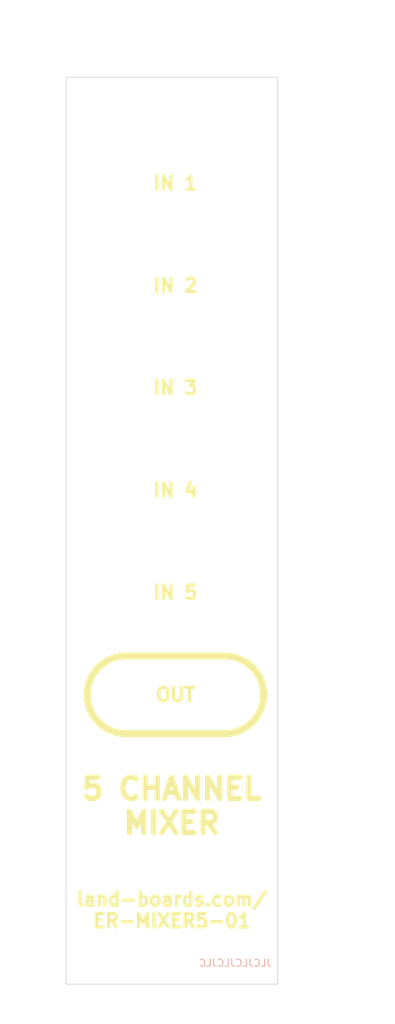
<source format=kicad_pcb>
(kicad_pcb (version 20211014) (generator pcbnew)
  (title_block (title "SYNTH-MIXER6-01") (date "2022-09-30") (rev "1") (company "LAND BOARDS, LLC"))
  (layers (0 "F.Cu" signal) (31 "B.Cu" signal) (34 "B.Paste" user) (35 "F.Paste" user) (36 "B.SilkS" user "B.Silkscreen") (37 "F.SilkS" user "F.Silkscreen") (38 "B.Mask" user) (39 "F.Mask" user) (44 "Edge.Cuts" user))
  (net 0 "")
  (footprint "" (layer "F.Cu") (at 22.5 87.5)
    (fp_text reference "" (at 0 0) (layer "F.SilkS") (effects (font (size 1.27 1.27))))
    (fp_text value "" (at 0 0) (layer "F.SilkS") (effects (font (size 1.27 1.27))))
    (pad "" np_thru_hole circle (at 0 0) (size 6.2 6.2) (drill 6.2) (layers F&B.Cu *.Mask))
  )
  (footprint "" (layer "F.Cu") (at 22.5 44)
    (fp_text reference "" (at 0 0) (layer "F.SilkS") (effects (font (size 1.27 1.27))))
    (fp_text value "" (at 0 0) (layer "F.SilkS") (effects (font (size 1.27 1.27))))
    (pad "" np_thru_hole circle (at -0.000004 0) (size 6.2 6.2) (drill 6.2) (layers F&B.Cu *.Mask))
  )
  (footprint "" (layer "F.Cu") (at 8.5 73)
    (fp_text reference "" (at 0 0) (layer "F.SilkS") (effects (font (size 1.27 1.27))))
    (fp_text value "" (at 0 0) (layer "F.SilkS") (effects (font (size 1.27 1.27))))
    (pad "" np_thru_hole circle (at -0.000004 0) (size 6.2 6.2) (drill 6.2) (layers F&B.Cu *.Mask))
  )
  (footprint "" (layer "F.Cu") (at 8.5 44)
    (fp_text reference "" (at 0 0) (layer "F.SilkS") (effects (font (size 1.27 1.27))))
    (fp_text value "" (at 0 0) (layer "F.SilkS") (effects (font (size 1.27 1.27))))
    (pad "" np_thru_hole circle (at -0.000004 0) (size 6.2 6.2) (drill 6.2) (layers F&B.Cu *.Mask))
  )
  (footprint "" (layer "F.Cu") (at 22.5 15)
    (fp_text reference "" (at 0 0) (layer "F.SilkS") (effects (font (size 1.27 1.27))))
    (fp_text value "" (at 0 0) (layer "F.SilkS") (effects (font (size 1.27 1.27))))
    (pad "" np_thru_hole circle (at 0 0) (size 6.2 6.2) (drill 6.2) (layers F&B.Cu *.Mask))
  )
  (footprint "" (layer "F.Cu") (at 22.5 29.5)
    (fp_text reference "" (at 0 0) (layer "F.SilkS") (effects (font (size 1.27 1.27))))
    (fp_text value "" (at 0 0) (layer "F.SilkS") (effects (font (size 1.27 1.27))))
    (pad "" np_thru_hole circle (at -0.000004 0) (size 6.2 6.2) (drill 6.2) (layers F&B.Cu *.Mask))
  )
  (footprint "" (layer "F.Cu") (at 11 3)
    (fp_text reference "" (at 0 0) (layer "F.SilkS") (effects (font (size 1.27 1.27))))
    (fp_text value "" (at 0 0) (layer "F.SilkS") (effects (font (size 1.27 1.27))))
    (pad "" np_thru_hole oval (at -0.000004 0) (size 12 3.2) (drill oval 12 3.2) (layers F&B.Cu *.Mask))
    (pad "" np_thru_hole oval (at -0.000004 0) (size 12 3.2) (drill oval 12 3.2) (layers F&B.Cu *.Mask))
    (pad "" np_thru_hole oval (at -0.000004 0) (size 12 3.2) (drill oval 12 3.2) (layers F&B.Cu *.Mask))
  )
  (footprint "" (layer "F.Cu") (at 12.000004 125.5)
    (fp_text reference "" (at 0 0) (layer "F.SilkS") (effects (font (size 1.27 1.27))))
    (fp_text value "" (at 0 0) (layer "F.SilkS") (effects (font (size 1.27 1.27))))
    (pad "" np_thru_hole oval (at -1.000004 0) (size 12 3.2) (drill oval 12 3.2) (layers F&B.Cu *.Mask))
    (pad "" np_thru_hole oval (at -1.000004 0) (size 12 3.2) (drill oval 12 3.2) (layers F&B.Cu *.Mask))
    (pad "" np_thru_hole oval (at -1.000004 0) (size 12 3.2) (drill oval 12 3.2) (layers F&B.Cu *.Mask))
  )
  (footprint "" (layer "F.Cu") (at 8.5 15)
    (fp_text reference "" (at 0 0) (layer "F.SilkS") (effects (font (size 1.27 1.27))))
    (fp_text value "" (at 0 0) (layer "F.SilkS") (effects (font (size 1.27 1.27))))
    (pad "" np_thru_hole circle (at -0.000004 0) (size 6.2 6.2) (drill 6.2) (layers F&B.Cu *.Mask))
  )
  (footprint "" (layer "F.Cu") (at 8.5 29.5)
    (fp_text reference "" (at 0 0) (layer "F.SilkS") (effects (font (size 1.27 1.27))))
    (fp_text value "" (at 0 0) (layer "F.SilkS") (effects (font (size 1.27 1.27))))
    (pad "" np_thru_hole circle (at 0 0) (size 6.2 6.2) (drill 6.2) (layers F&B.Cu *.Mask))
  )
  (footprint "" (layer "F.Cu") (at 8.5 87.5)
    (fp_text reference "" (at 0 0) (layer "F.SilkS") (effects (font (size 1.27 1.27))))
    (fp_text value "" (at 0 0) (layer "F.SilkS") (effects (font (size 1.27 1.27))))
    (pad "" np_thru_hole circle (at -0.000004 0) (size 6.2 6.2) (drill 6.2) (layers F&B.Cu *.Mask))
  )
  (footprint "" (layer "F.Cu") (at 22.5 58.5)
    (fp_text reference "" (at 0 0) (layer "F.SilkS") (effects (font (size 1.27 1.27))))
    (fp_text value "" (at 0 0) (layer "F.SilkS") (effects (font (size 1.27 1.27))))
    (pad "" np_thru_hole circle (at -0.000004 0) (size 6.2 6.2) (drill 6.2) (layers F&B.Cu *.Mask))
  )
  (footprint "" (layer "F.Cu") (at 22.5 73)
    (fp_text reference "" (at 0 0) (layer "F.SilkS") (effects (font (size 1.27 1.27))))
    (fp_text value "" (at 0 0) (layer "F.SilkS") (effects (font (size 1.27 1.27))))
    (pad "" np_thru_hole circle (at -0.000004 0) (size 6.2 6.2) (drill 6.2) (layers F&B.Cu *.Mask))
  )
  (footprint "" (layer "F.Cu") (at 8.5 58.5)
    (fp_text reference "" (at 0 0) (layer "F.SilkS") (effects (font (size 1.27 1.27))))
    (fp_text value "" (at 0 0) (layer "F.SilkS") (effects (font (size 1.27 1.27))))
    (pad "" np_thru_hole circle (at -0.000004 0) (size 6.2 6.2) (drill 6.2) (layers F&B.Cu *.Mask))
  )
  (gr_line (start 8.500004 93) (end 22.500004 93) (layer "F.SilkS") (width 1))
  (gr_line (start 8.500004 82) (end 22.500004 82) (layer "F.SilkS") (width 1))
  (gr_arc (start 22.500004 82) (mid 28.000004 87.5) (end 22.500004 93) (layer "F.SilkS") (width 1))
  (gr_arc (start 8.500004 93) (mid 3.000004 87.5) (end 8.500004 82) (layer "F.SilkS") (width 1))
  (gr_rect (start 0 0) (end 30 128.5) (layer "Edge.Cuts") (width 0.1) (fill none))
  (gr_text "JLCJLCJLCJLC" (at 24.000004 125.5) (layer "B.SilkS") (effects (font (size 1 1)) (justify mirror)))
  (gr_text "5 CHANNEL\nMIXER" (at 15 103.25) (layer "F.SilkS") (effects (font (size 3 3) (thickness 0.75))))
  (gr_text "land-boards.com/\nER-MIXER5-01" (at 15 118) (layer "F.SilkS") (effects (font (size 1.905 1.905) (thickness 0.47625))))
  (gr_text "IN 1" (at 15.5 15) (layer "F.SilkS") (effects (font (size 1.905 1.905) (thickness 0.47625))))
  (gr_text "IN 2" (at 15.5 29.5) (layer "F.SilkS") (effects (font (size 1.905 1.905) (thickness 0.47625))))
  (gr_text "IN 4" (at 15.5 58.5) (layer "F.SilkS") (effects (font (size 1.905 1.905) (thickness 0.47625))))
  (gr_text "IN 3" (at 15.5 44) (layer "F.SilkS") (effects (font (size 1.905 1.905) (thickness 0.47625))))
  (gr_text "OUT" (at 15.5 87.5) (layer "F.SilkS") (effects (font (size 1.905 1.905) (thickness 0.47625))))
  (gr_text "IN 5" (at 15.5 73) (layer "F.SilkS") (effects (font (size 1.905 1.905) (thickness 0.47625))))
)
</source>
